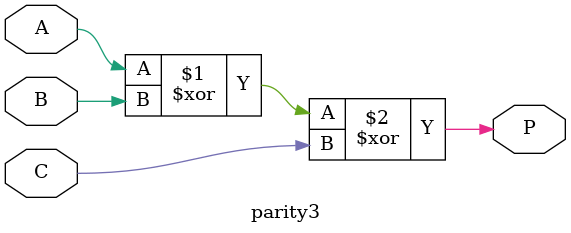
<source format=v>
module parity3(A, B, C, P);
  input   A;
  input   B;
  input   C;
  output  P;

  assign P = A ^ B ^ C;
endmodule

</source>
